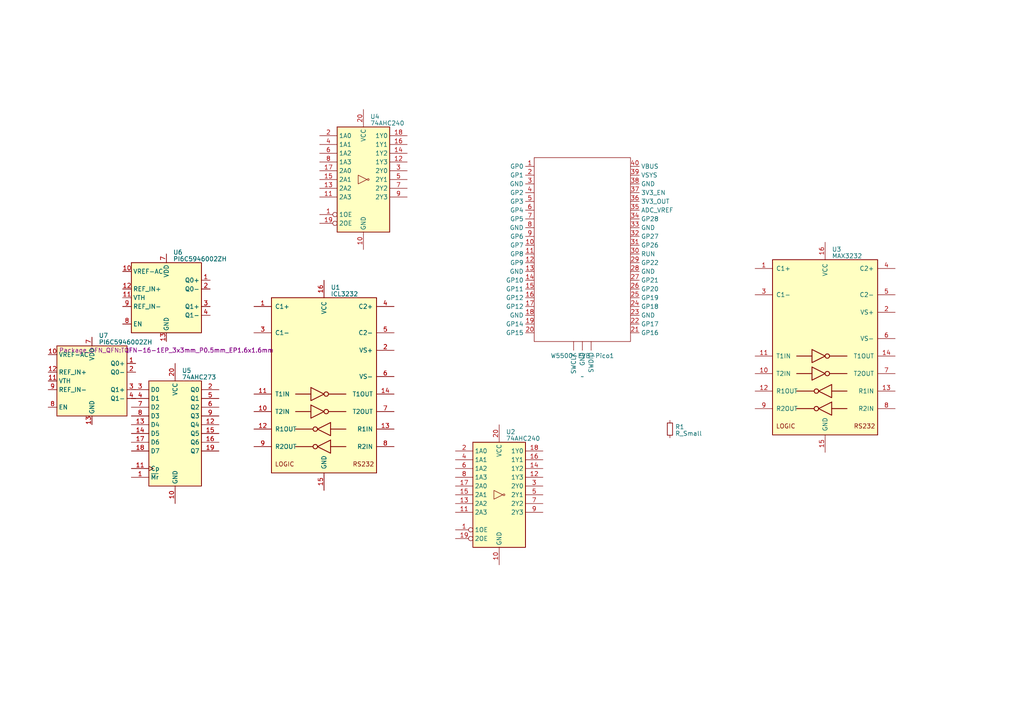
<source format=kicad_sch>
(kicad_sch (version 20230121) (generator eeschema)
  (paper "A4")
  (title_block (title "RS-232, Ethernet Data Encryption Terminal") (date "2023-03-15") (rev "0.1") (company "Robotus") (comment 1 "H.H. Shin"))
  (lib_symbols
    (symbol "74xx:74AHC240"
      (property "Reference" "U" (at -7.62 16.51 0))
      (property "Value" "74AHC240" (at -7.62 -16.51 0))
      (symbol "74AHC240_1_0"
        (polyline (pts (xy 1.016 0) (xy -1.524 1.27) (xy -1.524 -1.27) (xy 1.016 0)) (stroke (width 0.1524)))
        (circle (center 1.397 0) (radius 0.254) (stroke (width 0.1524)))
        (pin input inverted (at -12.7 -10.16 0) (length 5.08) (name "1OE") (number "1"))
        (pin power_in line (at 0 -20.32 90) (length 5.08) (name "GND") (number "10"))
        (pin input line (at -12.7 -5.08 0) (length 5.08) (name "2A3") (number "11"))
        (pin tri_state line (at 12.7 5.08 180) (length 5.08) (name "1Y3") (number "12"))
        (pin input line (at -12.7 -2.54 0) (length 5.08) (name "2A2") (number "13"))
        (pin tri_state line (at 12.7 7.62 180) (length 5.08) (name "1Y2") (number "14"))
        (pin input line (at -12.7 0 0) (length 5.08) (name "2A1") (number "15"))
        (pin tri_state line (at 12.7 10.16 180) (length 5.08) (name "1Y1") (number "16"))
        (pin input line (at -12.7 2.54 0) (length 5.08) (name "2A0") (number "17"))
        (pin tri_state line (at 12.7 12.7 180) (length 5.08) (name "1Y0") (number "18"))
        (pin input inverted (at -12.7 -12.7 0) (length 5.08) (name "2OE") (number "19"))
        (pin input line (at -12.7 12.7 0) (length 5.08) (name "1A0") (number "2"))
        (pin power_in line (at 0 20.32 270) (length 5.08) (name "VCC") (number "20"))
        (pin tri_state line (at 12.7 2.54 180) (length 5.08) (name "2Y0") (number "3"))
        (pin input line (at -12.7 10.16 0) (length 5.08) (name "1A1") (number "4"))
        (pin tri_state line (at 12.7 0 180) (length 5.08) (name "2Y1") (number "5"))
        (pin input line (at -12.7 7.62 0) (length 5.08) (name "1A2") (number "6"))
        (pin tri_state line (at 12.7 -2.54 180) (length 5.08) (name "2Y2") (number "7"))
        (pin input line (at -12.7 5.08 0) (length 5.08) (name "1A3") (number "8"))
        (pin tri_state line (at 12.7 -5.08 180) (length 5.08) (name "2Y3") (number "9"))
      )
      (symbol "74AHC240_1_1"
        (rectangle (start -7.62 15.24) (end 7.62 -15.24) (stroke (width 0.254)) (fill (type background)))
      )
    )
    (symbol "74xx:74AHC273"
      (property "Reference" "U" (at -7.62 16.51 0))
      (property "Value" "74AHC273" (at -7.62 -16.51 0))
      (symbol "74AHC273_1_0"
        (pin input line (at -12.7 -12.7 0) (length 5.08) (name "~{Mr}") (number "1"))
        (pin power_in line (at 0 -20.32 90) (length 5.08) (name "GND") (number "10"))
        (pin input clock (at -12.7 -10.16 0) (length 5.08) (name "Cp") (number "11"))
        (pin output line (at 12.7 2.54 180) (length 5.08) (name "Q4") (number "12"))
        (pin input line (at -12.7 2.54 0) (length 5.08) (name "D4") (number "13"))
        (pin input line (at -12.7 0 0) (length 5.08) (name "D5") (number "14"))
        (pin output line (at 12.7 0 180) (length 5.08) (name "Q5") (number "15"))
        (pin output line (at 12.7 -2.54 180) (length 5.08) (name "Q6") (number "16"))
        (pin input line (at -12.7 -2.54 0) (length 5.08) (name "D6") (number "17"))
        (pin input line (at -12.7 -5.08 0) (length 5.08) (name "D7") (number "18"))
        (pin output line (at 12.7 -5.08 180) (length 5.08) (name "Q7") (number "19"))
        (pin output line (at 12.7 12.7 180) (length 5.08) (name "Q0") (number "2"))
        (pin power_in line (at 0 20.32 270) (length 5.08) (name "VCC") (number "20"))
        (pin input line (at -12.7 12.7 0) (length 5.08) (name "D0") (number "3"))
        (pin input line (at -12.7 10.16 0) (length 5.08) (name "D1") (number "4"))
        (pin output line (at 12.7 10.16 180) (length 5.08) (name "Q1") (number "5"))
        (pin output line (at 12.7 7.62 180) (length 5.08) (name "Q2") (number "6"))
        (pin input line (at -12.7 7.62 0) (length 5.08) (name "D2") (number "7"))
        (pin input line (at -12.7 5.08 0) (length 5.08) (name "D3") (number "8"))
        (pin output line (at 12.7 5.08 180) (length 5.08) (name "Q3") (number "9"))
      )
      (symbol "74AHC273_1_1"
        (rectangle (start -7.62 15.24) (end 7.62 -15.24) (stroke (width 0.254)) (fill (type background)))
      )
    )
    (symbol "Buffer:PI6C5946002ZH"
      (property "Reference" "U" (at 8.89 11.43 0))
      (property "Value" "PI6C5946002ZH" (at -8.89 11.43 0))
      (symbol "PI6C5946002ZH_0_1"
        (rectangle (start -10.16 10.16) (end 10.16 -10.16) (stroke (width 0.254)) (fill (type background)))
      )
      (symbol "PI6C5946002ZH_1_1"
        (pin output line (at 12.7 5.08 180) (length 2.54) (name "Q0+") (number "1"))
        (pin output line (at -12.7 7.62 0) (length 2.54) (name "VREF-AC") (number "10"))
        (pin input line (at -12.7 0 0) (length 2.54) (name "VTH") (number "11"))
        (pin input line (at -12.7 2.54 0) (length 2.54) (name "REF_IN+") (number "12"))
        (pin power_in line (at 0 -12.7 90) (length 2.54) (name "GND") (number "13"))
        (pin passive line (at 0 12.7 270) (length 2.54) hide (name "VDD") (number "14"))
        (pin no_connect line (at 10.16 -7.62 180) (length 2.54) hide (name "DNC") (number "15"))
        (pin no_connect line (at 10.16 7.62 180) (length 2.54) hide (name "DNC") (number "16"))
        (pin passive line (at 0 -12.7 90) (length 2.54) hide (name "GND") (number "17"))
        (pin output line (at 12.7 2.54 180) (length 2.54) (name "Q0-") (number "2"))
        (pin output line (at 12.7 -2.54 180) (length 2.54) (name "Q1+") (number "3"))
        (pin output line (at 12.7 -5.08 180) (length 2.54) (name "Q1-") (number "4"))
        (pin no_connect line (at -10.16 5.08 0) (length 2.54) hide (name "DNC") (number "5"))
        (pin no_connect line (at -10.16 -5.08 0) (length 2.54) hide (name "DNC") (number "6"))
        (pin power_in line (at 0 12.7 270) (length 2.54) (name "VDD") (number "7"))
        (pin input line (at -12.7 -7.62 0) (length 2.54) (name "EN") (number "8"))
        (pin input line (at -12.7 -2.54 0) (length 2.54) (name "REF_IN-") (number "9"))
      )
    )
    (symbol "Device:R_Small" (pin_numbers hide) (pin_names (offset 0.254) hide)
      (property "Reference" "R" (at 0.762 0.508 0))
      (property "Value" "R_Small" (at 0.762 -1.016 0))
      (symbol "R_Small_0_1"
        (rectangle (start -0.762 1.778) (end 0.762 -1.778) (stroke (width 0.2032)))
      )
      (symbol "R_Small_1_1"
        (pin passive line (at 0 2.54 270) (length 0.762) (name "~") (number "1"))
        (pin passive line (at 0 -2.54 90) (length 0.762) (name "~") (number "2"))
      )
    )
    (symbol "Interface_UART:ICL3232" (pin_names (offset 1.016))
      (property "Reference" "U" (at -2.54 28.575 0))
      (property "Value" "ICL3232" (at -2.54 26.67 0))
      (symbol "ICL3232_0_0"
        (text "LOGIC" (at -11.43 -22.86 0) (effects (font (size 1.27 1.27))))
        (text "RS232" (at 11.43 -22.86 0) (effects (font (size 1.27 1.27))))
      )
      (symbol "ICL3232_0_1"
        (rectangle (start -15.24 -25.4) (end 15.24 25.4) (stroke (width 0.254)) (fill (type background)))
        (circle (center -2.54 -17.78) (radius 0.635) (stroke (width 0.254)))
        (circle (center -2.54 -12.7) (radius 0.635) (stroke (width 0.254)))
        (polyline (pts (xy -3.81 -7.62) (xy -8.255 -7.62)) (stroke (width 0.254)))
        (polyline (pts (xy -3.81 -2.54) (xy -8.255 -2.54)) (stroke (width 0.254)))
        (polyline (pts (xy -3.175 -17.78) (xy -8.255 -17.78)) (stroke (width 0.254)))
        (polyline (pts (xy -3.175 -12.7) (xy -8.255 -12.7)) (stroke (width 0.254)))
        (polyline (pts (xy 1.27 -7.62) (xy 6.35 -7.62)) (stroke (width 0.254)))
        (polyline (pts (xy 1.27 -2.54) (xy 6.35 -2.54)) (stroke (width 0.254)))
        (polyline (pts (xy 1.905 -17.78) (xy 6.35 -17.78)) (stroke (width 0.254)))
        (polyline (pts (xy 1.905 -12.7) (xy 6.35 -12.7)) (stroke (width 0.254)))
        (polyline (pts (xy -3.81 -5.715) (xy -3.81 -9.525) (xy 0 -7.62) (xy -3.81 -5.715)) (stroke (width 0.254)))
        (polyline (pts (xy -3.81 -0.635) (xy -3.81 -4.445) (xy 0 -2.54) (xy -3.81 -0.635)) (stroke (width 0.254)))
        (polyline (pts (xy 1.905 -15.875) (xy 1.905 -19.685) (xy -1.905 -17.78) (xy 1.905 -15.875)) (stroke (width 0.254)))
        (polyline (pts (xy 1.905 -10.795) (xy 1.905 -14.605) (xy -1.905 -12.7) (xy 1.905 -10.795)) (stroke (width 0.254)))
        (circle (center 0.635 -7.62) (radius 0.635) (stroke (width 0.254)))
        (circle (center 0.635 -2.54) (radius 0.635) (stroke (width 0.254)))
      )
      (symbol "ICL3232_1_1"
        (pin passive line (at -20.32 22.86 0) (length 5.08) (name "C1+") (number "1"))
        (pin input line (at -20.32 -7.62 0) (length 5.08) (name "T2IN") (number "10"))
        (pin input line (at -20.32 -2.54 0) (length 5.08) (name "T1IN") (number "11"))
        (pin output line (at -20.32 -12.7 0) (length 5.08) (name "R1OUT") (number "12"))
        (pin input line (at 20.32 -12.7 180) (length 5.08) (name "R1IN") (number "13"))
        (pin output line (at 20.32 -2.54 180) (length 5.08) (name "T1OUT") (number "14"))
        (pin power_in line (at 0 -30.48 90) (length 5.08) (name "GND") (number "15"))
        (pin power_in line (at 0 30.48 270) (length 5.08) (name "VCC") (number "16"))
        (pin power_out line (at 20.32 10.16 180) (length 5.08) (name "VS+") (number "2"))
        (pin passive line (at -20.32 15.24 0) (length 5.08) (name "C1-") (number "3"))
        (pin passive line (at 20.32 22.86 180) (length 5.08) (name "C2+") (number "4"))
        (pin passive line (at 20.32 15.24 180) (length 5.08) (name "C2-") (number "5"))
        (pin power_out line (at 20.32 2.54 180) (length 5.08) (name "VS-") (number "6"))
        (pin output line (at 20.32 -7.62 180) (length 5.08) (name "T2OUT") (number "7"))
        (pin input line (at 20.32 -17.78 180) (length 5.08) (name "R2IN") (number "8"))
        (pin output line (at -20.32 -17.78 0) (length 5.08) (name "R2OUT") (number "9"))
      )
    )
    (symbol "Interface_UART:MAX3232" (pin_names (offset 1.016))
      (property "Reference" "U" (at -2.54 28.575 0))
      (property "Value" "MAX3232" (at -2.54 26.67 0))
      (symbol "MAX3232_0_0"
        (text "LOGIC" (at -11.43 -22.86 0) (effects (font (size 1.27 1.27))))
        (text "RS232" (at 11.43 -22.86 0) (effects (font (size 1.27 1.27))))
      )
      (symbol "MAX3232_0_1"
        (rectangle (start -15.24 -25.4) (end 15.24 25.4) (stroke (width 0.254)) (fill (type background)))
        (circle (center -2.54 -17.78) (radius 0.635) (stroke (width 0.254)))
        (circle (center -2.54 -12.7) (radius 0.635) (stroke (width 0.254)))
        (polyline (pts (xy -3.81 -7.62) (xy -8.255 -7.62)) (stroke (width 0.254)))
        (polyline (pts (xy -3.81 -2.54) (xy -8.255 -2.54)) (stroke (width 0.254)))
        (polyline (pts (xy -3.175 -17.78) (xy -8.255 -17.78)) (stroke (width 0.254)))
        (polyline (pts (xy -3.175 -12.7) (xy -8.255 -12.7)) (stroke (width 0.254)))
        (polyline (pts (xy 1.27 -7.62) (xy 6.35 -7.62)) (stroke (width 0.254)))
        (polyline (pts (xy 1.27 -2.54) (xy 6.35 -2.54)) (stroke (width 0.254)))
        (polyline (pts (xy 1.905 -17.78) (xy 6.35 -17.78)) (stroke (width 0.254)))
        (polyline (pts (xy 1.905 -12.7) (xy 6.35 -12.7)) (stroke (width 0.254)))
        (polyline (pts (xy -3.81 -5.715) (xy -3.81 -9.525) (xy 0 -7.62) (xy -3.81 -5.715)) (stroke (width 0.254)))
        (polyline (pts (xy -3.81 -0.635) (xy -3.81 -4.445) (xy 0 -2.54) (xy -3.81 -0.635)) (stroke (width 0.254)))
        (polyline (pts (xy 1.905 -15.875) (xy 1.905 -19.685) (xy -1.905 -17.78) (xy 1.905 -15.875)) (stroke (width 0.254)))
        (polyline (pts (xy 1.905 -10.795) (xy 1.905 -14.605) (xy -1.905 -12.7) (xy 1.905 -10.795)) (stroke (width 0.254)))
        (circle (center 0.635 -7.62) (radius 0.635) (stroke (width 0.254)))
        (circle (center 0.635 -2.54) (radius 0.635) (stroke (width 0.254)))
      )
      (symbol "MAX3232_1_1"
        (pin passive line (at -20.32 22.86 0) (length 5.08) (name "C1+") (number "1"))
        (pin input line (at -20.32 -7.62 0) (length 5.08) (name "T2IN") (number "10"))
        (pin input line (at -20.32 -2.54 0) (length 5.08) (name "T1IN") (number "11"))
        (pin output line (at -20.32 -12.7 0) (length 5.08) (name "R1OUT") (number "12"))
        (pin input line (at 20.32 -12.7 180) (length 5.08) (name "R1IN") (number "13"))
        (pin output line (at 20.32 -2.54 180) (length 5.08) (name "T1OUT") (number "14"))
        (pin power_in line (at 0 -30.48 90) (length 5.08) (name "GND") (number "15"))
        (pin power_in line (at 0 30.48 270) (length 5.08) (name "VCC") (number "16"))
        (pin power_out line (at 20.32 10.16 180) (length 5.08) (name "VS+") (number "2"))
        (pin passive line (at -20.32 15.24 0) (length 5.08) (name "C1-") (number "3"))
        (pin passive line (at 20.32 22.86 180) (length 5.08) (name "C2+") (number "4"))
        (pin passive line (at 20.32 15.24 180) (length 5.08) (name "C2-") (number "5"))
        (pin power_out line (at 20.32 2.54 180) (length 5.08) (name "VS-") (number "6"))
        (pin output line (at 20.32 -7.62 180) (length 5.08) (name "T2OUT") (number "7"))
        (pin input line (at 20.32 -17.78 180) (length 5.08) (name "R2IN") (number "8"))
        (pin output line (at -20.32 -17.78 0) (length 5.08) (name "R2OUT") (number "9"))
      )
    )
    (symbol "RaspberryPi-Pico:W5500-EVB-Pico"
      (property "Reference" "W5500-EVB-Pico" (at 0 -35.56 0))
      (symbol "W5500-EVB-Pico_0_0"
        (pin bidirectional line (at -13.97 25.4 180) (length 2.54) (name "GP0") (number "1"))
        (pin bidirectional line (at -13.97 -22.86 180) (length 2.54) (name "GP15") (number "20"))
        (pin passive line (at 13.97 -17.78 0) (length 2.54) (name "GND") (number "23"))
        (pin power_in line (at 13.97 22.86 0) (length 2.54) (name "VSYS") (number "39"))
        (pin power_in line (at 13.97 25.4 0) (length 2.54) (name "VBUS") (number "40"))
        (pin passive line (at 0 -25.4 270) (length 2.54) (name "GND") (number "~"))
        (pin bidirectional line (at -2.54 -25.4 270) (length 2.54) (name "SWCLK") (number "~"))
        (pin bidirectional line (at 2.54 -25.4 270) (length 2.54) (name "SWDIO") (number "~"))
      )
      (symbol "W5500-EVB-Pico_0_1"
        (rectangle (start -13.97 27.94) (end 13.97 -25.4))
      )
      (symbol "W5500-EVB-Pico_1_1"
        (pin bidirectional line (at -13.97 2.54 180) (length 2.54) (name "GP7") (number "10"))
        (pin bidirectional line (at -13.97 0 180) (length 2.54) (name "GP8") (number "11"))
        (pin bidirectional line (at -13.97 -2.54 180) (length 2.54) (name "GP9") (number "12"))
        (pin passive line (at -13.97 -5.08 180) (length 2.54) (name "GND") (number "13"))
        (pin bidirectional line (at -13.97 -7.62 180) (length 2.54) (name "GP10") (number "14"))
        (pin bidirectional line (at -13.97 -10.16 180) (length 2.54) (name "GP11") (number "15"))
        (pin bidirectional line (at -13.97 -12.7 180) (length 2.54) (name "GP12") (number "16"))
        (pin bidirectional line (at -13.97 -15.24 180) (length 2.54) (name "GP12") (number "17"))
        (pin passive line (at -13.97 -17.78 180) (length 2.54) (name "GND") (number "18"))
        (pin bidirectional line (at -13.97 -20.32 180) (length 2.54) (name "GP14") (number "19"))
        (pin bidirectional line (at -13.97 22.86 180) (length 2.54) (name "GP1") (number "2"))
        (pin bidirectional line (at 13.97 -22.86 0) (length 2.54) (name "GP16") (number "21"))
        (pin bidirectional line (at 13.97 -20.32 0) (length 2.54) (name "GP17") (number "22"))
        (pin bidirectional line (at 13.97 -15.24 0) (length 2.54) (name "GP18") (number "24"))
        (pin bidirectional line (at 13.97 -12.7 0) (length 2.54) (name "GP19") (number "25"))
        (pin bidirectional line (at 13.97 -10.16 0) (length 2.54) (name "GP20") (number "26"))
        (pin bidirectional line (at 13.97 -7.62 0) (length 2.54) (name "GP21") (number "27"))
        (pin passive line (at 13.97 -5.08 0) (length 2.54) (name "GND") (number "28"))
        (pin bidirectional line (at 13.97 -2.54 0) (length 2.54) (name "GP22") (number "29"))
        (pin passive line (at -13.97 20.32 180) (length 2.54) (name "GND") (number "3"))
        (pin input line (at 13.97 0 0) (length 2.54) (name "RUN") (number "30"))
        (pin bidirectional line (at 13.97 2.54 0) (length 2.54) (name "GP26") (number "31"))
        (pin bidirectional line (at 13.97 5.08 0) (length 2.54) (name "GP27") (number "32"))
        (pin passive line (at 13.97 7.62 0) (length 2.54) (name "GND") (number "33"))
        (pin bidirectional line (at 13.97 10.16 0) (length 2.54) (name "GP28") (number "34"))
        (pin input line (at 13.97 12.7 0) (length 2.54) (name "ADC_VREF") (number "35"))
        (pin power_out line (at 13.97 15.24 0) (length 2.54) (name "3V3_OUT") (number "36"))
        (pin input line (at 13.97 17.78 0) (length 2.54) (name "3V3_EN") (number "37"))
        (pin passive line (at 13.97 20.32 0) (length 2.54) (name "GND") (number "38"))
        (pin bidirectional line (at -13.97 17.78 180) (length 2.54) (name "GP2") (number "4"))
        (pin bidirectional line (at -13.97 15.24 180) (length 2.54) (name "GP3") (number "5"))
        (pin bidirectional line (at -13.97 12.7 180) (length 2.54) (name "GP4") (number "6"))
        (pin bidirectional line (at -13.97 10.16 180) (length 2.54) (name "GP5") (number "7"))
        (pin passive line (at -13.97 7.62 180) (length 2.54) (name "GND") (number "8"))
        (pin bidirectional line (at -13.97 5.08 180) (length 2.54) (name "GP6") (number "9"))
      )
    )
  )
  (symbol (lib_id "74xx:74AHC240") (at 144.78 143.51 0) (unit 1)
    (property "Reference" "U2" (at 146.7359 125.2601 0) (effects (justify left)))
    (property "Value" "74AHC240" (at 146.7359 127.1811 0) (effects (justify left)))
    (property "Datasheet" "https://www.ti.com/lit/ds/symlink/sn54ahc240.pdf" (effects hide))
  )
  (symbol (lib_id "74xx:74AHC240") (at 105.41 52.07 0) (unit 1)
    (property "Reference" "U4" (at 107.3659 33.8201 0) (effects (justify left)))
    (property "Value" "74AHC240" (at 107.3659 35.7411 0) (effects (justify left)))
    (property "Datasheet" "https://www.ti.com/lit/ds/symlink/sn54ahc240.pdf" (effects hide))
  )
  (symbol (lib_id "Interface_UART:MAX3232") (at 239.3188 100.7364 0) (unit 1)
    (property "Reference" "U3" (at 241.2747 72.3265 0) (effects (justify left)))
    (property "Value" "MAX3232" (at 241.2747 74.2475 0) (effects (justify left)))
    (property "Datasheet" "https://datasheets.maximintegrated.com/en/ds/MAX3222-MAX3241.pdf" (effects hide))
  )
  (symbol (lib_id "Buffer:PI6C5946002ZH") (at 48.26 86.36 0) (unit 1)
    (property "Reference" "U6" (at 50.2159 73.1901 0) (effects (justify left)))
    (property "Value" "PI6C5946002ZH" (at 50.2159 75.1111 0) (effects (justify left)))
    (property "Footprint" "Package_DFN_QFN:TQFN-16-1EP_3x3mm_P0.5mm_EP1.6x1.6mm" (at 48.26 101.6 0))
    (property "Datasheet" "https://www.diodes.com/assets/Datasheets/PI6C5946002.pdf" (effects hide))
  )
  (symbol (lib_id "Device:R_Small") (at 194.31 124.46 0) (unit 1)
    (property "Reference" "R1" (at 195.8086 123.8163 0) (effects (justify left)))
    (property "Value" "R_Small" (at 195.8086 125.7373 0) (effects (justify left)))
  )
  (symbol (lib_id "RaspberryPi-Pico:W5500-EVB-Pico") (at 168.91 73.66 0) (unit 1)
    (property "Reference" "W5500-EVB-Pico1" (at 168.91 103.1955 0))
    (property "Value" "~" (at 168.91 109.22 0))
  )
  (symbol (lib_id "74xx:74AHC273") (at 50.8 125.73 0) (unit 1)
    (property "Reference" "U5" (at 52.7559 107.4801 0) (effects (justify left)))
    (property "Value" "74AHC273" (at 52.7559 109.4011 0) (effects (justify left)))
    (property "Datasheet" "https://assets.nexperia.com/documents/data-sheet/74AHC_AHCT273.pdf" (effects hide))
  )
  (symbol (lib_id "Interface_UART:ICL3232") (at 93.98 111.76 0) (unit 1)
    (property "Reference" "U1" (at 95.9359 83.3501 0) (effects (justify left)))
    (property "Value" "ICL3232" (at 95.9359 85.2711 0) (effects (justify left)))
    (property "Datasheet" "http://www.intersil.com/content/dam/Intersil/documents/icl3/icl3221-22-23-32-41-43.pdf" (effects hide))
  )
  (symbol (lib_id "Buffer:PI6C5946002ZH") (at 26.67 110.49 0) (unit 1)
    (property "Reference" "U7" (at 28.6259 97.3201 0) (effects (justify left)))
    (property "Value" "PI6C5946002ZH" (at 28.6259 99.2411 0) (effects (justify left)))
    (property "Footprint" "Package_DFN_QFN:TQFN-16-1EP_3x3mm_P0.5mm_EP1.6x1.6mm" (effects hide))
    (property "Datasheet" "https://www.diodes.com/assets/Datasheets/PI6C5946002.pdf" (effects hide))
  )
)
</source>
